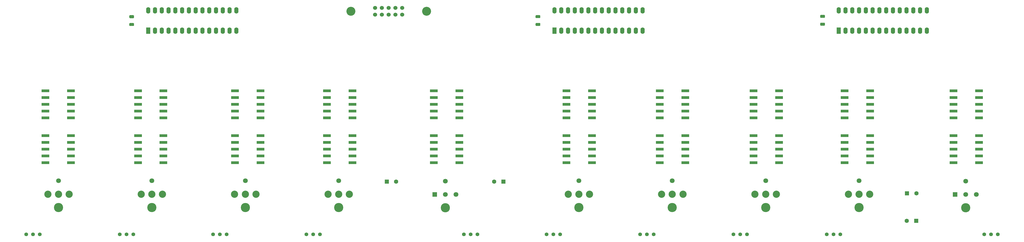
<source format=gbr>
%TF.GenerationSoftware,KiCad,Pcbnew,(5.1.9)-1*%
%TF.CreationDate,2021-03-26T19:38:27+01:00*%
%TF.ProjectId,Main_Relay_Board,4d61696e-5f52-4656-9c61-795f426f6172,rev?*%
%TF.SameCoordinates,Original*%
%TF.FileFunction,Soldermask,Top*%
%TF.FilePolarity,Negative*%
%FSLAX46Y46*%
G04 Gerber Fmt 4.6, Leading zero omitted, Abs format (unit mm)*
G04 Created by KiCad (PCBNEW (5.1.9)-1) date 2021-03-26 19:38:27*
%MOMM*%
%LPD*%
G01*
G04 APERTURE LIST*
%ADD10C,2.700000*%
%ADD11C,3.450000*%
%ADD12C,1.800000*%
%ADD13C,1.600000*%
%ADD14R,1.600000X1.600000*%
%ADD15O,1.600000X2.400000*%
%ADD16R,1.600000X2.400000*%
%ADD17C,1.524000*%
%ADD18C,3.352800*%
%ADD19R,2.940000X1.000000*%
%ADD20C,1.400000*%
%ADD21R,1.800000X1.800000*%
G04 APERTURE END LIST*
D10*
%TO.C,Input_1*%
X33885720Y-169726480D03*
X29885720Y-169726480D03*
X25885720Y-169726480D03*
D11*
X29885720Y-174726480D03*
D12*
X29885720Y-164646480D03*
%TD*%
D10*
%TO.C,Input_8*%
X333885720Y-169726480D03*
X329885720Y-169726480D03*
X325885720Y-169726480D03*
D11*
X329885720Y-174726480D03*
D12*
X329885720Y-164646480D03*
%TD*%
D10*
%TO.C,Input_7*%
X298885720Y-169726480D03*
X294885720Y-169726480D03*
X290885720Y-169726480D03*
D11*
X294885720Y-174726480D03*
D12*
X294885720Y-164646480D03*
%TD*%
D10*
%TO.C,Input_6*%
X263885720Y-169726480D03*
X259885720Y-169726480D03*
X255885720Y-169726480D03*
D11*
X259885720Y-174726480D03*
D12*
X259885720Y-164646480D03*
%TD*%
D10*
%TO.C,Input_5*%
X228885720Y-169726480D03*
X224885720Y-169726480D03*
X220885720Y-169726480D03*
D11*
X224885720Y-174726480D03*
D12*
X224885720Y-164646480D03*
%TD*%
D10*
%TO.C,Input_4*%
X138885720Y-169726480D03*
X134885720Y-169726480D03*
X130885720Y-169726480D03*
D11*
X134885720Y-174726480D03*
D12*
X134885720Y-164646480D03*
%TD*%
D10*
%TO.C,Input_3*%
X103885720Y-169726480D03*
X99885720Y-169726480D03*
X95885720Y-169726480D03*
D11*
X99885720Y-174726480D03*
D12*
X99885720Y-164646480D03*
%TD*%
D10*
%TO.C,Input_2*%
X68885720Y-169726480D03*
X64885720Y-169726480D03*
X60885720Y-169726480D03*
D11*
X64885720Y-174726480D03*
D12*
X64885720Y-164646480D03*
%TD*%
D13*
%TO.C,C22*%
X193146800Y-164960300D03*
D14*
X196646800Y-164960300D03*
%TD*%
D13*
%TO.C,C24*%
X347769300Y-179705000D03*
D14*
X351269300Y-179705000D03*
%TD*%
D13*
%TO.C,C23*%
X351365700Y-169329100D03*
D14*
X347865700Y-169329100D03*
%TD*%
D13*
%TO.C,C21*%
X156395300Y-164960300D03*
D14*
X152895300Y-164960300D03*
%TD*%
D15*
%TO.C,U3*%
X322270000Y-100590000D03*
X355290000Y-108210000D03*
X324810000Y-100590000D03*
X352750000Y-108210000D03*
X327350000Y-100590000D03*
X350210000Y-108210000D03*
X329890000Y-100590000D03*
X347670000Y-108210000D03*
X332430000Y-100590000D03*
X345130000Y-108210000D03*
X334970000Y-100590000D03*
X342590000Y-108210000D03*
X337510000Y-100590000D03*
X340050000Y-108210000D03*
X340050000Y-100590000D03*
X337510000Y-108210000D03*
X342590000Y-100590000D03*
X334970000Y-108210000D03*
X345130000Y-100590000D03*
X332430000Y-108210000D03*
X347670000Y-100590000D03*
X329890000Y-108210000D03*
X350210000Y-100590000D03*
X327350000Y-108210000D03*
X352750000Y-100590000D03*
X324810000Y-108210000D03*
X355290000Y-100590000D03*
D16*
X322270000Y-108210000D03*
%TD*%
D15*
%TO.C,U2*%
X63480000Y-100590000D03*
X96500000Y-108210000D03*
X66020000Y-100590000D03*
X93960000Y-108210000D03*
X68560000Y-100590000D03*
X91420000Y-108210000D03*
X71100000Y-100590000D03*
X88880000Y-108210000D03*
X73640000Y-100590000D03*
X86340000Y-108210000D03*
X76180000Y-100590000D03*
X83800000Y-108210000D03*
X78720000Y-100590000D03*
X81260000Y-108210000D03*
X81260000Y-100590000D03*
X78720000Y-108210000D03*
X83800000Y-100590000D03*
X76180000Y-108210000D03*
X86340000Y-100590000D03*
X73640000Y-108210000D03*
X88880000Y-100590000D03*
X71100000Y-108210000D03*
X91420000Y-100590000D03*
X68560000Y-108210000D03*
X93960000Y-100590000D03*
X66020000Y-108210000D03*
X96500000Y-100590000D03*
D16*
X63480000Y-108210000D03*
%TD*%
D15*
%TO.C,U1*%
X215760000Y-100590000D03*
X248780000Y-108210000D03*
X218300000Y-100590000D03*
X246240000Y-108210000D03*
X220840000Y-100590000D03*
X243700000Y-108210000D03*
X223380000Y-100590000D03*
X241160000Y-108210000D03*
X225920000Y-100590000D03*
X238620000Y-108210000D03*
X228460000Y-100590000D03*
X236080000Y-108210000D03*
X231000000Y-100590000D03*
X233540000Y-108210000D03*
X233540000Y-100590000D03*
X231000000Y-108210000D03*
X236080000Y-100590000D03*
X228460000Y-108210000D03*
X238620000Y-100590000D03*
X225920000Y-108210000D03*
X241160000Y-100590000D03*
X223380000Y-108210000D03*
X243700000Y-100590000D03*
X220840000Y-108210000D03*
X246240000Y-100590000D03*
X218300000Y-108210000D03*
X248780000Y-100590000D03*
D16*
X215760000Y-108210000D03*
%TD*%
%TO.C,R19*%
G36*
G01*
X315584997Y-105227500D02*
X316835003Y-105227500D01*
G75*
G02*
X317085000Y-105477497I0J-249997D01*
G01*
X317085000Y-106102503D01*
G75*
G02*
X316835003Y-106352500I-249997J0D01*
G01*
X315584997Y-106352500D01*
G75*
G02*
X315335000Y-106102503I0J249997D01*
G01*
X315335000Y-105477497D01*
G75*
G02*
X315584997Y-105227500I249997J0D01*
G01*
G37*
G36*
G01*
X315584997Y-102302500D02*
X316835003Y-102302500D01*
G75*
G02*
X317085000Y-102552497I0J-249997D01*
G01*
X317085000Y-103177503D01*
G75*
G02*
X316835003Y-103427500I-249997J0D01*
G01*
X315584997Y-103427500D01*
G75*
G02*
X315335000Y-103177503I0J249997D01*
G01*
X315335000Y-102552497D01*
G75*
G02*
X315584997Y-102302500I249997J0D01*
G01*
G37*
%TD*%
%TO.C,R18*%
G36*
G01*
X56684997Y-105347500D02*
X57935003Y-105347500D01*
G75*
G02*
X58185000Y-105597497I0J-249997D01*
G01*
X58185000Y-106222503D01*
G75*
G02*
X57935003Y-106472500I-249997J0D01*
G01*
X56684997Y-106472500D01*
G75*
G02*
X56435000Y-106222503I0J249997D01*
G01*
X56435000Y-105597497D01*
G75*
G02*
X56684997Y-105347500I249997J0D01*
G01*
G37*
G36*
G01*
X56684997Y-102422500D02*
X57935003Y-102422500D01*
G75*
G02*
X58185000Y-102672497I0J-249997D01*
G01*
X58185000Y-103297503D01*
G75*
G02*
X57935003Y-103547500I-249997J0D01*
G01*
X56684997Y-103547500D01*
G75*
G02*
X56435000Y-103297503I0J249997D01*
G01*
X56435000Y-102672497D01*
G75*
G02*
X56684997Y-102422500I249997J0D01*
G01*
G37*
%TD*%
%TO.C,R1*%
G36*
G01*
X208924997Y-105322500D02*
X210175003Y-105322500D01*
G75*
G02*
X210425000Y-105572497I0J-249997D01*
G01*
X210425000Y-106197503D01*
G75*
G02*
X210175003Y-106447500I-249997J0D01*
G01*
X208924997Y-106447500D01*
G75*
G02*
X208675000Y-106197503I0J249997D01*
G01*
X208675000Y-105572497D01*
G75*
G02*
X208924997Y-105322500I249997J0D01*
G01*
G37*
G36*
G01*
X208924997Y-102397500D02*
X210175003Y-102397500D01*
G75*
G02*
X210425000Y-102647497I0J-249997D01*
G01*
X210425000Y-103272503D01*
G75*
G02*
X210175003Y-103522500I-249997J0D01*
G01*
X208924997Y-103522500D01*
G75*
G02*
X208675000Y-103272503I0J249997D01*
G01*
X208675000Y-102647497D01*
G75*
G02*
X208924997Y-102397500I249997J0D01*
G01*
G37*
%TD*%
D17*
%TO.C,J2*%
X148560000Y-99650000D03*
X148560000Y-102190000D03*
X151100000Y-99650000D03*
X151100000Y-102190000D03*
X153640000Y-99650000D03*
X153640000Y-102190000D03*
X156180000Y-99650000D03*
X156180000Y-102190000D03*
X158720000Y-99650000D03*
X158720000Y-102190000D03*
D18*
X139428700Y-100920000D03*
X167851300Y-100920000D03*
%TD*%
D19*
%TO.C,K2*%
X34530000Y-140960000D03*
X34530000Y-138420000D03*
X34530000Y-135880000D03*
X34530000Y-133340000D03*
X34530000Y-130800000D03*
X24970000Y-130800000D03*
X24970000Y-133340000D03*
X24970000Y-135880000D03*
X24970000Y-138420000D03*
X24970000Y-140960000D03*
%TD*%
D20*
%TO.C,LED10*%
X376815240Y-184775080D03*
X379355240Y-184775080D03*
X381895240Y-184775080D03*
%TD*%
%TO.C,LED9*%
X181815240Y-184775080D03*
X184355240Y-184775080D03*
X186895240Y-184775080D03*
%TD*%
%TO.C,LED8*%
X317815240Y-184775080D03*
X320355240Y-184775080D03*
X322895240Y-184775080D03*
%TD*%
%TO.C,LED7*%
X282815240Y-184775080D03*
X285355240Y-184775080D03*
X287895240Y-184775080D03*
%TD*%
%TO.C,LED6*%
X247815240Y-184775080D03*
X250355240Y-184775080D03*
X252895240Y-184775080D03*
%TD*%
%TO.C,LED5*%
X212815240Y-184775080D03*
X215355240Y-184775080D03*
X217895240Y-184775080D03*
%TD*%
%TO.C,LED4*%
X122815240Y-184775080D03*
X125355240Y-184775080D03*
X127895240Y-184775080D03*
%TD*%
%TO.C,LED3*%
X87815240Y-184775080D03*
X90355240Y-184775080D03*
X92895240Y-184775080D03*
%TD*%
%TO.C,LED2*%
X52815240Y-184775080D03*
X55355240Y-184775080D03*
X57895240Y-184775080D03*
%TD*%
%TO.C,LED1*%
X17815240Y-184764920D03*
X20355240Y-184764920D03*
X22895240Y-184764920D03*
%TD*%
D19*
%TO.C,K20*%
X374830000Y-157856666D03*
X374830000Y-155316666D03*
X374830000Y-152776666D03*
X374830000Y-150236666D03*
X374830000Y-147696666D03*
X365270000Y-147696666D03*
X365270000Y-150236666D03*
X365270000Y-152776666D03*
X365270000Y-155316666D03*
X365270000Y-157856666D03*
%TD*%
%TO.C,K19*%
X180100000Y-157856666D03*
X180100000Y-155316666D03*
X180100000Y-152776666D03*
X180100000Y-150236666D03*
X180100000Y-147696666D03*
X170540000Y-147696666D03*
X170540000Y-150236666D03*
X170540000Y-152776666D03*
X170540000Y-155316666D03*
X170540000Y-157856666D03*
%TD*%
D21*
%TO.C,BUS_B1*%
X365852200Y-169749680D03*
D12*
X373852200Y-169749680D03*
X369852200Y-169749680D03*
X369852200Y-164749680D03*
D11*
X369852200Y-174749680D03*
%TD*%
D21*
%TO.C,BUS_A1*%
X170852200Y-169749680D03*
D12*
X178852200Y-169749680D03*
X174852200Y-169749680D03*
X174852200Y-164749680D03*
D11*
X174852200Y-174749680D03*
%TD*%
D19*
%TO.C,K18*%
X334040000Y-140960000D03*
X334040000Y-138420000D03*
X334040000Y-135880000D03*
X334040000Y-133340000D03*
X334040000Y-130800000D03*
X324480000Y-130800000D03*
X324480000Y-133340000D03*
X324480000Y-135880000D03*
X324480000Y-138420000D03*
X324480000Y-140960000D03*
%TD*%
%TO.C,K17*%
X334040000Y-157856666D03*
X334040000Y-155316666D03*
X334040000Y-152776666D03*
X334040000Y-150236666D03*
X334040000Y-147696666D03*
X324480000Y-147696666D03*
X324480000Y-150236666D03*
X324480000Y-152776666D03*
X324480000Y-155316666D03*
X324480000Y-157856666D03*
%TD*%
%TO.C,K16*%
X299940000Y-140960000D03*
X299940000Y-138420000D03*
X299940000Y-135880000D03*
X299940000Y-133340000D03*
X299940000Y-130800000D03*
X290380000Y-130800000D03*
X290380000Y-133340000D03*
X290380000Y-135880000D03*
X290380000Y-138420000D03*
X290380000Y-140960000D03*
%TD*%
%TO.C,K15*%
X299940000Y-157856666D03*
X299940000Y-155316666D03*
X299940000Y-152776666D03*
X299940000Y-150236666D03*
X299940000Y-147696666D03*
X290380000Y-147696666D03*
X290380000Y-150236666D03*
X290380000Y-152776666D03*
X290380000Y-155316666D03*
X290380000Y-157856666D03*
%TD*%
%TO.C,K14*%
X264770000Y-140960000D03*
X264770000Y-138420000D03*
X264770000Y-135880000D03*
X264770000Y-133340000D03*
X264770000Y-130800000D03*
X255210000Y-130800000D03*
X255210000Y-133340000D03*
X255210000Y-135880000D03*
X255210000Y-138420000D03*
X255210000Y-140960000D03*
%TD*%
%TO.C,K13*%
X264770000Y-157856666D03*
X264770000Y-155316666D03*
X264770000Y-152776666D03*
X264770000Y-150236666D03*
X264770000Y-147696666D03*
X255210000Y-147696666D03*
X255210000Y-150236666D03*
X255210000Y-152776666D03*
X255210000Y-155316666D03*
X255210000Y-157856666D03*
%TD*%
%TO.C,K12*%
X229770000Y-140960000D03*
X229770000Y-138420000D03*
X229770000Y-135880000D03*
X229770000Y-133340000D03*
X229770000Y-130800000D03*
X220210000Y-130800000D03*
X220210000Y-133340000D03*
X220210000Y-135880000D03*
X220210000Y-138420000D03*
X220210000Y-140960000D03*
%TD*%
%TO.C,K11*%
X229770000Y-157856666D03*
X229770000Y-155316666D03*
X229770000Y-152776666D03*
X229770000Y-150236666D03*
X229770000Y-147696666D03*
X220210000Y-147696666D03*
X220210000Y-150236666D03*
X220210000Y-152776666D03*
X220210000Y-155316666D03*
X220210000Y-157856666D03*
%TD*%
%TO.C,K10*%
X374830000Y-140960000D03*
X374830000Y-138420000D03*
X374830000Y-135880000D03*
X374830000Y-133340000D03*
X374830000Y-130800000D03*
X365270000Y-130800000D03*
X365270000Y-133340000D03*
X365270000Y-135880000D03*
X365270000Y-138420000D03*
X365270000Y-140960000D03*
%TD*%
%TO.C,K9*%
X140060000Y-140960000D03*
X140060000Y-138420000D03*
X140060000Y-135880000D03*
X140060000Y-133340000D03*
X140060000Y-130800000D03*
X130500000Y-130800000D03*
X130500000Y-133340000D03*
X130500000Y-135880000D03*
X130500000Y-138420000D03*
X130500000Y-140960000D03*
%TD*%
%TO.C,K8*%
X140060000Y-157856666D03*
X140060000Y-155316666D03*
X140060000Y-152776666D03*
X140060000Y-150236666D03*
X140060000Y-147696666D03*
X130500000Y-147696666D03*
X130500000Y-150236666D03*
X130500000Y-152776666D03*
X130500000Y-155316666D03*
X130500000Y-157856666D03*
%TD*%
%TO.C,K7*%
X105590000Y-140960000D03*
X105590000Y-138420000D03*
X105590000Y-135880000D03*
X105590000Y-133340000D03*
X105590000Y-130800000D03*
X96030000Y-130800000D03*
X96030000Y-133340000D03*
X96030000Y-135880000D03*
X96030000Y-138420000D03*
X96030000Y-140960000D03*
%TD*%
%TO.C,K6*%
X105590000Y-157856666D03*
X105590000Y-155316666D03*
X105590000Y-152776666D03*
X105590000Y-150236666D03*
X105590000Y-147696666D03*
X96030000Y-147696666D03*
X96030000Y-150236666D03*
X96030000Y-152776666D03*
X96030000Y-155316666D03*
X96030000Y-157856666D03*
%TD*%
%TO.C,K5*%
X180100000Y-140960000D03*
X180100000Y-138420000D03*
X180100000Y-135880000D03*
X180100000Y-133340000D03*
X180100000Y-130800000D03*
X170540000Y-130800000D03*
X170540000Y-133340000D03*
X170540000Y-135880000D03*
X170540000Y-138420000D03*
X170540000Y-140960000D03*
%TD*%
%TO.C,K4*%
X69230000Y-140960000D03*
X69230000Y-138420000D03*
X69230000Y-135880000D03*
X69230000Y-133340000D03*
X69230000Y-130800000D03*
X59670000Y-130800000D03*
X59670000Y-133340000D03*
X59670000Y-135880000D03*
X59670000Y-138420000D03*
X59670000Y-140960000D03*
%TD*%
%TO.C,K3*%
X69230000Y-157856666D03*
X69230000Y-155316666D03*
X69230000Y-152776666D03*
X69230000Y-150236666D03*
X69230000Y-147696666D03*
X59670000Y-147696666D03*
X59670000Y-150236666D03*
X59670000Y-152776666D03*
X59670000Y-155316666D03*
X59670000Y-157856666D03*
%TD*%
%TO.C,K1*%
X34530000Y-157856666D03*
X34530000Y-155316666D03*
X34530000Y-152776666D03*
X34530000Y-150236666D03*
X34530000Y-147696666D03*
X24970000Y-147696666D03*
X24970000Y-150236666D03*
X24970000Y-152776666D03*
X24970000Y-155316666D03*
X24970000Y-157856666D03*
%TD*%
M02*

</source>
